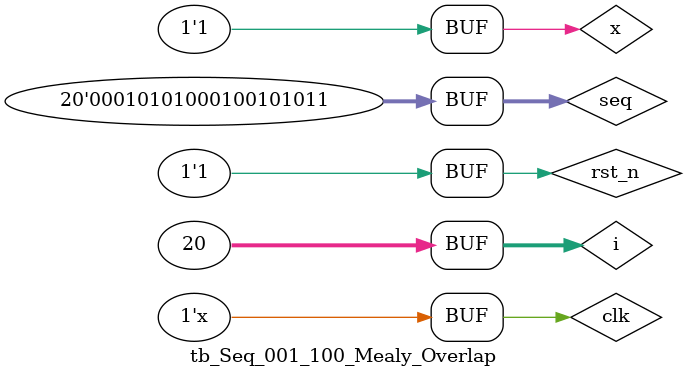
<source format=sv>
module sim;

    initial begin
        $dumpfile("dump.vcd");
        $dumpvars;
        #200
        $finish;
    end

endmodule

module tb_Seq_001_100_Mealy_Overlap;

    reg x, rst_n, clk;
    reg [0:19] seq = 'b00010101000100101011;
    wire y;
    integer i;

    Seq_001_100_Mealy_Overlap ins(.x(x), .rst_n(rst_n), .clk(clk), .y(y));

    always #4 clk = ~clk;

    initial begin
        clk = 1'b0;
        x = 1'b0;
        rst_n = 1'b1;
        #6
        rst_n = 1'b0;
        #2
        rst_n = 1'b1;

        for (i = 0; i < 20; i++)
            #8
            x = seq[i];
    end

endmodule

</source>
